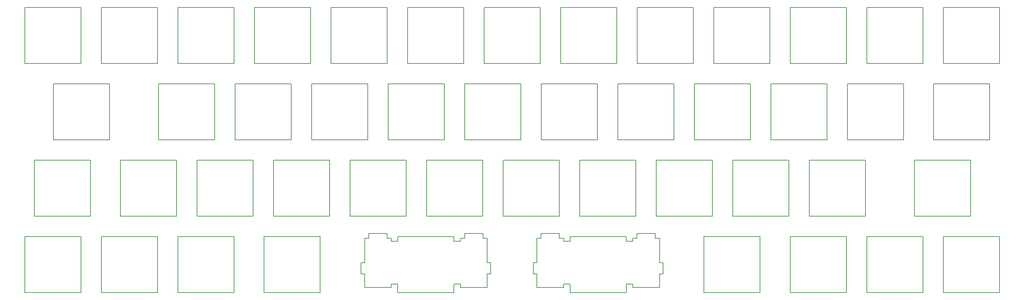
<source format=gbr>
G04 #@! TF.GenerationSoftware,KiCad,Pcbnew,(5.1.5)-3*
G04 #@! TF.CreationDate,2020-04-01T20:02:44+02:00*
G04 #@! TF.ProjectId,plate,706c6174-652e-46b6-9963-61645f706362,rev?*
G04 #@! TF.SameCoordinates,Original*
G04 #@! TF.FileFunction,Other,ECO2*
%FSLAX46Y46*%
G04 Gerber Fmt 4.6, Leading zero omitted, Abs format (unit mm)*
G04 Created by KiCad (PCBNEW (5.1.5)-3) date 2020-04-01 20:02:44*
%MOMM*%
%LPD*%
G04 APERTURE LIST*
%ADD10C,0.152400*%
G04 APERTURE END LIST*
D10*
X258746250Y-200026800D02*
X258746250Y-202135000D01*
X257120650Y-200026800D02*
X258746250Y-200026800D01*
X257120650Y-200839600D02*
X257120650Y-200026800D01*
X250465850Y-200839600D02*
X257120650Y-200839600D01*
X250465850Y-197436000D02*
X250465850Y-200839600D01*
X249602250Y-197436000D02*
X250465850Y-197436000D01*
X249602250Y-194642000D02*
X249602250Y-197436000D01*
X250465850Y-194642000D02*
X249602250Y-194642000D01*
X250465850Y-188546000D02*
X250465850Y-194642000D01*
X251507250Y-188546000D02*
X250465850Y-188546000D01*
X251507250Y-187377600D02*
X251507250Y-188546000D01*
X256079250Y-187377600D02*
X251507250Y-187377600D01*
X256079250Y-188546000D02*
X256079250Y-187377600D01*
X257120650Y-188546000D02*
X256079250Y-188546000D01*
X257120650Y-189333400D02*
X257120650Y-188546000D01*
X258746250Y-189333400D02*
X257120650Y-189333400D01*
X258746250Y-188165000D02*
X258746250Y-189333400D01*
X272716250Y-188165000D02*
X258746250Y-188165000D01*
X272716250Y-189333400D02*
X272716250Y-188165000D01*
X274341850Y-189333400D02*
X272716250Y-189333400D01*
X274341850Y-188546000D02*
X274341850Y-189333400D01*
X275383250Y-188546000D02*
X274341850Y-188546000D01*
X275383250Y-187377600D02*
X275383250Y-188546000D01*
X279955250Y-187377600D02*
X275383250Y-187377600D01*
X279955250Y-188546000D02*
X279955250Y-187377600D01*
X280996650Y-188546000D02*
X279955250Y-188546000D01*
X280996650Y-194642000D02*
X280996650Y-188546000D01*
X281860250Y-194642000D02*
X280996650Y-194642000D01*
X281860250Y-197436000D02*
X281860250Y-194642000D01*
X280996650Y-197436000D02*
X281860250Y-197436000D01*
X280996650Y-200839600D02*
X280996650Y-197436000D01*
X274341850Y-200839600D02*
X280996650Y-200839600D01*
X274341850Y-200026800D02*
X274341850Y-200839600D01*
X272716250Y-200026800D02*
X274341850Y-200026800D01*
X272716250Y-202135000D02*
X272716250Y-200026800D01*
X258746250Y-202135000D02*
X272716250Y-202135000D01*
X215883750Y-200026800D02*
X215883750Y-202135000D01*
X214258150Y-200026800D02*
X215883750Y-200026800D01*
X214258150Y-200839600D02*
X214258150Y-200026800D01*
X207603350Y-200839600D02*
X214258150Y-200839600D01*
X207603350Y-197436000D02*
X207603350Y-200839600D01*
X206739750Y-197436000D02*
X207603350Y-197436000D01*
X206739750Y-194642000D02*
X206739750Y-197436000D01*
X207603350Y-194642000D02*
X206739750Y-194642000D01*
X207603350Y-188546000D02*
X207603350Y-194642000D01*
X208644750Y-188546000D02*
X207603350Y-188546000D01*
X208644750Y-187377600D02*
X208644750Y-188546000D01*
X213216750Y-187377600D02*
X208644750Y-187377600D01*
X213216750Y-188546000D02*
X213216750Y-187377600D01*
X214258150Y-188546000D02*
X213216750Y-188546000D01*
X214258150Y-189333400D02*
X214258150Y-188546000D01*
X215883750Y-189333400D02*
X214258150Y-189333400D01*
X215883750Y-188165000D02*
X215883750Y-189333400D01*
X229853750Y-188165000D02*
X215883750Y-188165000D01*
X229853750Y-189333400D02*
X229853750Y-188165000D01*
X231479350Y-189333400D02*
X229853750Y-189333400D01*
X231479350Y-188546000D02*
X231479350Y-189333400D01*
X232520750Y-188546000D02*
X231479350Y-188546000D01*
X232520750Y-187377600D02*
X232520750Y-188546000D01*
X237092750Y-187377600D02*
X232520750Y-187377600D01*
X237092750Y-188546000D02*
X237092750Y-187377600D01*
X238134150Y-188546000D02*
X237092750Y-188546000D01*
X238134150Y-194642000D02*
X238134150Y-188546000D01*
X238997750Y-194642000D02*
X238134150Y-194642000D01*
X238997750Y-197436000D02*
X238997750Y-194642000D01*
X238134150Y-197436000D02*
X238997750Y-197436000D01*
X238134150Y-200839600D02*
X238134150Y-197436000D01*
X231479350Y-200839600D02*
X238134150Y-200839600D01*
X231479350Y-200026800D02*
X231479350Y-200839600D01*
X229853750Y-200026800D02*
X231479350Y-200026800D01*
X229853750Y-202135000D02*
X229853750Y-200026800D01*
X215883750Y-202135000D02*
X229853750Y-202135000D01*
X358441250Y-183085000D02*
X358441250Y-169115000D01*
X344471250Y-183085000D02*
X358441250Y-183085000D01*
X344471250Y-169115000D02*
X344471250Y-183085000D01*
X358441250Y-169115000D02*
X344471250Y-169115000D01*
X144128750Y-164035000D02*
X144128750Y-150065000D01*
X130158750Y-164035000D02*
X144128750Y-164035000D01*
X130158750Y-150065000D02*
X130158750Y-164035000D01*
X144128750Y-150065000D02*
X130158750Y-150065000D01*
X306053750Y-202135000D02*
X306053750Y-188165000D01*
X292083750Y-202135000D02*
X306053750Y-202135000D01*
X292083750Y-188165000D02*
X292083750Y-202135000D01*
X306053750Y-188165000D02*
X292083750Y-188165000D01*
X139366250Y-183085000D02*
X139366250Y-169115000D01*
X125396250Y-183085000D02*
X139366250Y-183085000D01*
X125396250Y-169115000D02*
X125396250Y-183085000D01*
X139366250Y-169115000D02*
X125396250Y-169115000D01*
X363203750Y-164035000D02*
X363203750Y-150065000D01*
X349233750Y-164035000D02*
X363203750Y-164035000D01*
X349233750Y-150065000D02*
X349233750Y-164035000D01*
X363203750Y-150065000D02*
X349233750Y-150065000D01*
X196516250Y-202135000D02*
X196516250Y-188165000D01*
X182546250Y-202135000D02*
X196516250Y-202135000D01*
X182546250Y-188165000D02*
X182546250Y-202135000D01*
X196516250Y-188165000D02*
X182546250Y-188165000D01*
X198897500Y-183085000D02*
X198897500Y-169115000D01*
X184927500Y-183085000D02*
X198897500Y-183085000D01*
X184927500Y-169115000D02*
X184927500Y-183085000D01*
X198897500Y-169115000D02*
X184927500Y-169115000D01*
X236997500Y-183085000D02*
X236997500Y-169115000D01*
X223027500Y-183085000D02*
X236997500Y-183085000D01*
X223027500Y-169115000D02*
X223027500Y-183085000D01*
X236997500Y-169115000D02*
X223027500Y-169115000D01*
X346535000Y-202135000D02*
X346535000Y-188165000D01*
X332565000Y-202135000D02*
X346535000Y-202135000D01*
X332565000Y-188165000D02*
X332565000Y-202135000D01*
X346535000Y-188165000D02*
X332565000Y-188165000D01*
X313197500Y-183085000D02*
X313197500Y-169115000D01*
X299227500Y-183085000D02*
X313197500Y-183085000D01*
X299227500Y-169115000D02*
X299227500Y-183085000D01*
X313197500Y-169115000D02*
X299227500Y-169115000D01*
X332565000Y-131015000D02*
X332565000Y-144985000D01*
X346535000Y-131015000D02*
X332565000Y-131015000D01*
X346535000Y-144985000D02*
X346535000Y-131015000D01*
X332565000Y-144985000D02*
X346535000Y-144985000D01*
X365585000Y-202135000D02*
X365585000Y-188165000D01*
X351615000Y-202135000D02*
X365585000Y-202135000D01*
X351615000Y-188165000D02*
X351615000Y-202135000D01*
X365585000Y-188165000D02*
X351615000Y-188165000D01*
X327485000Y-202135000D02*
X327485000Y-188165000D01*
X313515000Y-202135000D02*
X327485000Y-202135000D01*
X313515000Y-188165000D02*
X313515000Y-202135000D01*
X327485000Y-188165000D02*
X313515000Y-188165000D01*
X175085000Y-202135000D02*
X175085000Y-188165000D01*
X161115000Y-202135000D02*
X175085000Y-202135000D01*
X161115000Y-188165000D02*
X161115000Y-202135000D01*
X175085000Y-188165000D02*
X161115000Y-188165000D01*
X156035000Y-202135000D02*
X156035000Y-188165000D01*
X142065000Y-202135000D02*
X156035000Y-202135000D01*
X142065000Y-188165000D02*
X142065000Y-202135000D01*
X156035000Y-188165000D02*
X142065000Y-188165000D01*
X136985000Y-202135000D02*
X136985000Y-188165000D01*
X123015000Y-202135000D02*
X136985000Y-202135000D01*
X123015000Y-188165000D02*
X123015000Y-202135000D01*
X136985000Y-188165000D02*
X123015000Y-188165000D01*
X332247500Y-183085000D02*
X332247500Y-169115000D01*
X318277500Y-183085000D02*
X332247500Y-183085000D01*
X318277500Y-169115000D02*
X318277500Y-183085000D01*
X332247500Y-169115000D02*
X318277500Y-169115000D01*
X294147500Y-183085000D02*
X294147500Y-169115000D01*
X280177500Y-183085000D02*
X294147500Y-183085000D01*
X280177500Y-169115000D02*
X280177500Y-183085000D01*
X294147500Y-169115000D02*
X280177500Y-169115000D01*
X275097500Y-183085000D02*
X275097500Y-169115000D01*
X261127500Y-183085000D02*
X275097500Y-183085000D01*
X261127500Y-169115000D02*
X261127500Y-183085000D01*
X275097500Y-169115000D02*
X261127500Y-169115000D01*
X256047500Y-183085000D02*
X256047500Y-169115000D01*
X242077500Y-183085000D02*
X256047500Y-183085000D01*
X242077500Y-169115000D02*
X242077500Y-183085000D01*
X256047500Y-169115000D02*
X242077500Y-169115000D01*
X217947500Y-183085000D02*
X217947500Y-169115000D01*
X203977500Y-183085000D02*
X217947500Y-183085000D01*
X203977500Y-169115000D02*
X203977500Y-183085000D01*
X217947500Y-169115000D02*
X203977500Y-169115000D01*
X179847500Y-183085000D02*
X179847500Y-169115000D01*
X165877500Y-183085000D02*
X179847500Y-183085000D01*
X165877500Y-169115000D02*
X165877500Y-183085000D01*
X179847500Y-169115000D02*
X165877500Y-169115000D01*
X160797500Y-183085000D02*
X160797500Y-169115000D01*
X146827500Y-183085000D02*
X160797500Y-183085000D01*
X146827500Y-169115000D02*
X146827500Y-183085000D01*
X160797500Y-169115000D02*
X146827500Y-169115000D01*
X341772500Y-164035000D02*
X341772500Y-150065000D01*
X327802500Y-164035000D02*
X341772500Y-164035000D01*
X327802500Y-150065000D02*
X327802500Y-164035000D01*
X341772500Y-150065000D02*
X327802500Y-150065000D01*
X322722500Y-164035000D02*
X322722500Y-150065000D01*
X308752500Y-164035000D02*
X322722500Y-164035000D01*
X308752500Y-150065000D02*
X308752500Y-164035000D01*
X322722500Y-150065000D02*
X308752500Y-150065000D01*
X303672500Y-164035000D02*
X303672500Y-150065000D01*
X289702500Y-164035000D02*
X303672500Y-164035000D01*
X289702500Y-150065000D02*
X289702500Y-164035000D01*
X303672500Y-150065000D02*
X289702500Y-150065000D01*
X284622500Y-164035000D02*
X284622500Y-150065000D01*
X270652500Y-164035000D02*
X284622500Y-164035000D01*
X270652500Y-150065000D02*
X270652500Y-164035000D01*
X284622500Y-150065000D02*
X270652500Y-150065000D01*
X265572500Y-164035000D02*
X265572500Y-150065000D01*
X251602500Y-164035000D02*
X265572500Y-164035000D01*
X251602500Y-150065000D02*
X251602500Y-164035000D01*
X265572500Y-150065000D02*
X251602500Y-150065000D01*
X246522500Y-164035000D02*
X246522500Y-150065000D01*
X232552500Y-164035000D02*
X246522500Y-164035000D01*
X232552500Y-150065000D02*
X232552500Y-164035000D01*
X246522500Y-150065000D02*
X232552500Y-150065000D01*
X227472500Y-164035000D02*
X227472500Y-150065000D01*
X213502500Y-164035000D02*
X227472500Y-164035000D01*
X213502500Y-150065000D02*
X213502500Y-164035000D01*
X227472500Y-150065000D02*
X213502500Y-150065000D01*
X208422500Y-164035000D02*
X208422500Y-150065000D01*
X194452500Y-164035000D02*
X208422500Y-164035000D01*
X194452500Y-150065000D02*
X194452500Y-164035000D01*
X208422500Y-150065000D02*
X194452500Y-150065000D01*
X189372500Y-164035000D02*
X189372500Y-150065000D01*
X175402500Y-164035000D02*
X189372500Y-164035000D01*
X175402500Y-150065000D02*
X175402500Y-164035000D01*
X189372500Y-150065000D02*
X175402500Y-150065000D01*
X170322500Y-164035000D02*
X170322500Y-150065000D01*
X156352500Y-164035000D02*
X170322500Y-164035000D01*
X156352500Y-150065000D02*
X156352500Y-164035000D01*
X170322500Y-150065000D02*
X156352500Y-150065000D01*
X351615000Y-131015000D02*
X351615000Y-144985000D01*
X365585000Y-131015000D02*
X351615000Y-131015000D01*
X365585000Y-144985000D02*
X365585000Y-131015000D01*
X351615000Y-144985000D02*
X365585000Y-144985000D01*
X327485000Y-144985000D02*
X327485000Y-131015000D01*
X313515000Y-144985000D02*
X327485000Y-144985000D01*
X313515000Y-131015000D02*
X313515000Y-144985000D01*
X327485000Y-131015000D02*
X313515000Y-131015000D01*
X308435000Y-144985000D02*
X308435000Y-131015000D01*
X294465000Y-144985000D02*
X308435000Y-144985000D01*
X294465000Y-131015000D02*
X294465000Y-144985000D01*
X308435000Y-131015000D02*
X294465000Y-131015000D01*
X289385000Y-144985000D02*
X289385000Y-131015000D01*
X275415000Y-144985000D02*
X289385000Y-144985000D01*
X275415000Y-131015000D02*
X275415000Y-144985000D01*
X289385000Y-131015000D02*
X275415000Y-131015000D01*
X270335000Y-144985000D02*
X270335000Y-131015000D01*
X256365000Y-144985000D02*
X270335000Y-144985000D01*
X256365000Y-131015000D02*
X256365000Y-144985000D01*
X270335000Y-131015000D02*
X256365000Y-131015000D01*
X251285000Y-144985000D02*
X251285000Y-131015000D01*
X237315000Y-144985000D02*
X251285000Y-144985000D01*
X237315000Y-131015000D02*
X237315000Y-144985000D01*
X251285000Y-131015000D02*
X237315000Y-131015000D01*
X232235000Y-144985000D02*
X232235000Y-131015000D01*
X218265000Y-144985000D02*
X232235000Y-144985000D01*
X218265000Y-131015000D02*
X218265000Y-144985000D01*
X232235000Y-131015000D02*
X218265000Y-131015000D01*
X213185000Y-144985000D02*
X213185000Y-131015000D01*
X199215000Y-144985000D02*
X213185000Y-144985000D01*
X199215000Y-131015000D02*
X199215000Y-144985000D01*
X213185000Y-131015000D02*
X199215000Y-131015000D01*
X194135000Y-144985000D02*
X194135000Y-131015000D01*
X180165000Y-144985000D02*
X194135000Y-144985000D01*
X180165000Y-131015000D02*
X180165000Y-144985000D01*
X194135000Y-131015000D02*
X180165000Y-131015000D01*
X175085000Y-144985000D02*
X175085000Y-131015000D01*
X161115000Y-144985000D02*
X175085000Y-144985000D01*
X161115000Y-131015000D02*
X161115000Y-144985000D01*
X175085000Y-131015000D02*
X161115000Y-131015000D01*
X156035000Y-144985000D02*
X156035000Y-131015000D01*
X142065000Y-144985000D02*
X156035000Y-144985000D01*
X142065000Y-131015000D02*
X142065000Y-144985000D01*
X156035000Y-131015000D02*
X142065000Y-131015000D01*
X123015000Y-131015000D02*
X123015000Y-144985000D01*
X136985000Y-131015000D02*
X123015000Y-131015000D01*
X136985000Y-144985000D02*
X136985000Y-131015000D01*
X123015000Y-144985000D02*
X136985000Y-144985000D01*
M02*

</source>
